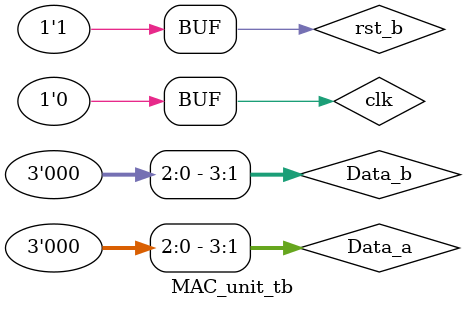
<source format=v>
/* Proiectati arhitectura

Creati module ajutatoare!
*/

module MAC_unit(input[3:0] Data_a, Data_b, input clk, rst_b, output[15:0] Acc_out);
    /* Write Verilog code here */
endmodule

module MAC_unit_tb;
    reg[3:0] Data_a, Data_b;
    reg clk, rst_b;
    wire[15:0] Acc_out;

    MAC_unit uut(.Data_a(Data_a), .Data_b(Data_b), .clk(clk), .rst_b(rst_b), .Acc_out(Acc_out));

    initial begin
        clk = 0;
        repeat(20) begin
            #10 clk = ~clk;
        end
    end

    initial begin
        rst_b = 1;
        #2;
        rst_b = 0;
        #2;
        rst_b = 1;
    end

    initial begin
        $display("clk\trst_b\tData_a\tData_b\t\tAcc_out");
        $monitor("%b\t%b\t%d\t%d\t\t%d", clk, rst_b, Data_a, Data_b, Acc_out);
        repeat(10) begin
            Data_a = $random;
            Data_b = $random;
            #20;
        end
    end
endmodule
</source>
